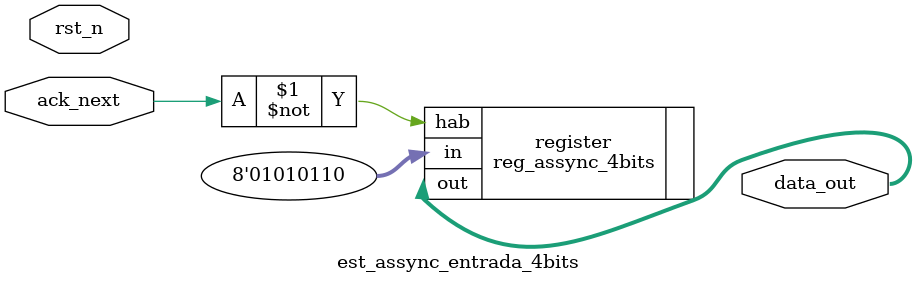
<source format=v>
module est_assync_entrada_4bits #(parameter DATA=8'b01010110)
										  (input rst_n,
										   output[7:0]data_out,
											input ack_next);
											
											
											
reg_assync_4bits register( .hab(~ack_next),
								  .in(DATA),
								  .out(data_out));
								  
								  
								  
								  
								  
								  
endmodule 
</source>
